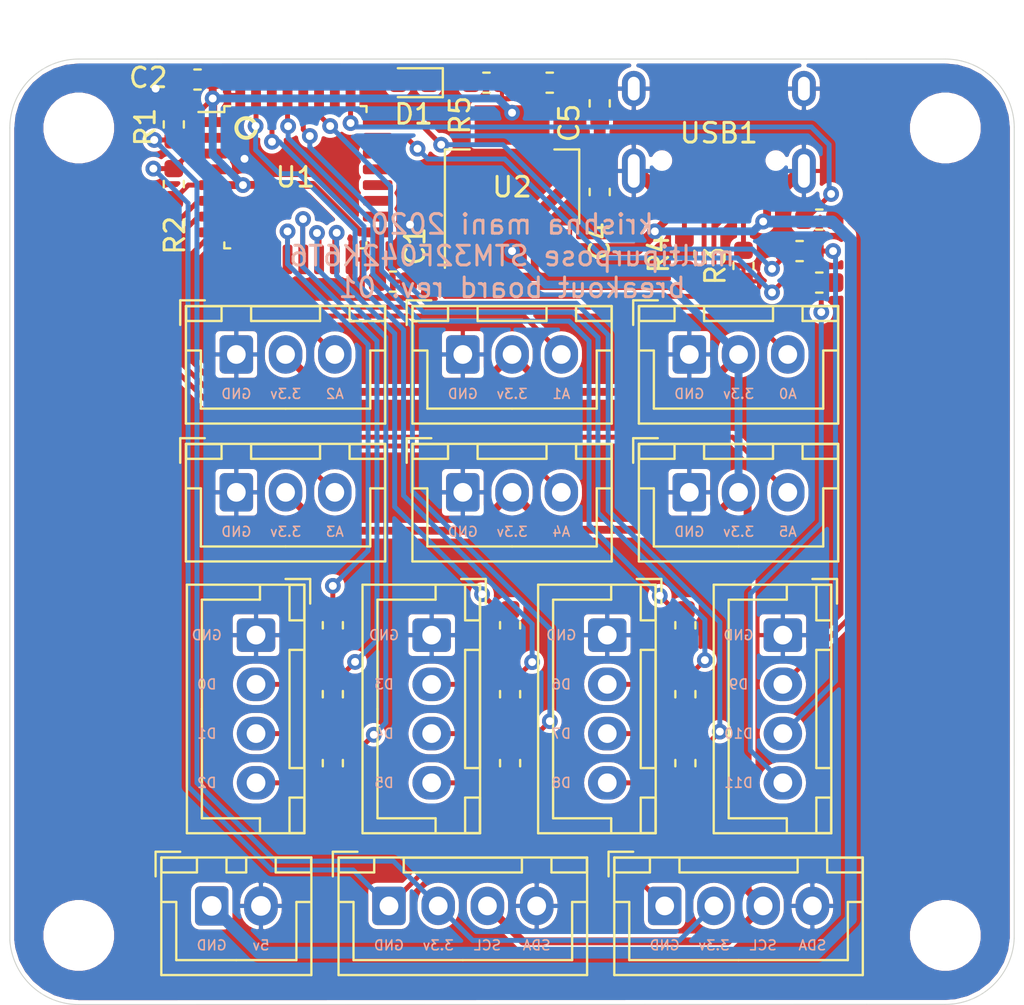
<source format=kicad_pcb>
(kicad_pcb (version 20171130) (host pcbnew 5.1.6)
  (layers (0 F.Cu signal) (31 B.Cu signal) (34 B.Paste user hide) (35 F.Paste user hide) (36 B.SilkS user) (37 F.SilkS user) (38 B.Mask user) (39 F.Mask user hide) (44 Edge.Cuts user))
  (net 0 "")
  (net 1 GND)
  (net 2 +3V3)
  (net 3 /SCL)
  (net 4 /SDA)
  (net 5 /A0)
  (net 6 /A1)
  (net 7 /D0)
  (net 8 /D1)
  (net 9 /D3)
  (net 10 /D4)
  (net 11 /A2)
  (net 12 /A3)
  (net 13 /D5)
  (net 14 /D6)
  (net 15 /D7)
  (net 16 /D2)
  (net 17 "Net-(R3-Pad2)")
  (net 18 "Net-(R4-Pad1)")
  (net 19 /D+)
  (net 20 /D-)
  (net 21 VBUS)
  (net 22 "Net-(D1-Pad2)")
  (net 23 "Net-(D1-Pad1)")
  (net 24 /A4)
  (net 25 /A5)
  (net 26 "Net-(J9-Pad4)")
  (net 27 "Net-(J9-Pad3)")
  (net 28 "Net-(J9-Pad2)")
  (net 29 "Net-(J10-Pad4)")
  (net 30 "Net-(J10-Pad3)")
  (net 31 "Net-(J10-Pad2)")
  (net 32 "Net-(J12-Pad3)")
  (net 33 "Net-(J12-Pad2)")
  (net 34 "Net-(J12-Pad4)")
  (net 35 "Net-(J8-Pad4)")
  (net 36 "Net-(J8-Pad3)")
  (net 37 "Net-(J8-Pad2)")
  (net 38 /D8)
  (net 39 /D9)
  (net 40 /D10)
  (net 41 /D11)
  (module MountingHole:MountingHole_3.2mm_M3 (layer F.Cu) (at 181 119.5)
    (fp_text reference H4 hide)
    (fp_text value MountingHole)
    (pad 1 np_thru_hole circle (at 0 0) (size 3.2 3.2) (drill 3.2) (layers *.Cu *.Mask))
  )
  (module MountingHole:MountingHole_3.2mm_M3 (layer F.Cu) (at 137 119.5)
    (fp_text reference H3 hide)
    (fp_text value MountingHole)
    (pad 1 np_thru_hole circle (at 0 0) (size 3.2 3.2) (drill 3.2) (layers *.Cu *.Mask))
  )
  (module MountingHole:MountingHole_3.2mm_M3 (layer F.Cu) (at 181 78.5)
    (fp_text reference H2 hide)
    (fp_text value MountingHole)
    (pad 1 np_thru_hole circle (at 0 0) (size 3.2 3.2) (drill 3.2) (layers *.Cu *.Mask))
  )
  (module MountingHole:MountingHole_3.2mm_M3 (layer F.Cu) (at 137 78.5)
    (fp_text reference H1 hide)
    (fp_text value MountingHole)
    (pad 1 np_thru_hole circle (at 0 0) (size 3.2 3.2) (drill 3.2) (layers *.Cu *.Mask))
  )
  (module Resistor_SMD:R_0603_1608Metric (layer F.Cu) (at 174.6 86.35)
    (fp_text reference R17 hide)
    (fp_text value 1k)
    (pad 2 smd roundrect (at 0.7875 0) (size 0.875 0.95) (layers F.Cu F.Paste F.Mask) (net 34 "Net-(J12-Pad4)"))
    (pad 1 smd roundrect (at -0.7875 0) (size 0.875 0.95) (layers F.Cu F.Paste F.Mask) (net 41 /D11))
  )
  (module Resistor_SMD:R_0603_1608Metric (layer F.Cu) (at 173.6 84.75)
    (fp_text reference R16 hide)
    (fp_text value 1k)
    (pad 2 smd roundrect (at 0.7875 0) (size 0.875 0.95) (layers F.Cu F.Paste F.Mask) (net 32 "Net-(J12-Pad3)"))
    (pad 1 smd roundrect (at -0.7875 0) (size 0.875 0.95) (layers F.Cu F.Paste F.Mask) (net 40 /D10))
  )
  (module Resistor_SMD:R_0603_1608Metric (layer F.Cu) (at 174.6 83.15)
    (fp_text reference R15 hide)
    (fp_text value 1k)
    (pad 2 smd roundrect (at 0.7875 0) (size 0.875 0.95) (layers F.Cu F.Paste F.Mask) (net 33 "Net-(J12-Pad2)"))
    (pad 1 smd roundrect (at -0.7875 0) (size 0.875 0.95) (layers F.Cu F.Paste F.Mask) (net 39 /D9))
  )
  (module Resistor_SMD:R_0603_1608Metric (layer F.Cu) (at 167.8 110.75 270)
    (fp_text reference R14 hide)
    (fp_text value 1k)
    (pad 2 smd roundrect (at 0.7875 0 270) (size 0.875 0.95) (layers F.Cu F.Paste F.Mask) (net 29 "Net-(J10-Pad4)"))
    (pad 1 smd roundrect (at -0.7875 0 270) (size 0.875 0.95) (layers F.Cu F.Paste F.Mask) (net 38 /D8))
  )
  (module Resistor_SMD:R_0603_1608Metric (layer F.Cu) (at 167.8 107.25 270)
    (fp_text reference R13 hide)
    (fp_text value 1k)
    (pad 2 smd roundrect (at 0.7875 0 270) (size 0.875 0.95) (layers F.Cu F.Paste F.Mask) (net 30 "Net-(J10-Pad3)"))
    (pad 1 smd roundrect (at -0.7875 0 270) (size 0.875 0.95) (layers F.Cu F.Paste F.Mask) (net 15 /D7))
  )
  (module Resistor_SMD:R_0603_1608Metric (layer F.Cu) (at 167.8 103.75 270)
    (fp_text reference R12 hide)
    (fp_text value 1k)
    (pad 2 smd roundrect (at 0.7875 0 270) (size 0.875 0.95) (layers F.Cu F.Paste F.Mask) (net 31 "Net-(J10-Pad2)"))
    (pad 1 smd roundrect (at -0.7875 0 270) (size 0.875 0.95) (layers F.Cu F.Paste F.Mask) (net 14 /D6))
  )
  (module Resistor_SMD:R_0603_1608Metric (layer F.Cu) (at 158.9 110.75 270)
    (fp_text reference R11 hide)
    (fp_text value 1k)
    (pad 2 smd roundrect (at 0.7875 0 270) (size 0.875 0.95) (layers F.Cu F.Paste F.Mask) (net 26 "Net-(J9-Pad4)"))
    (pad 1 smd roundrect (at -0.7875 0 270) (size 0.875 0.95) (layers F.Cu F.Paste F.Mask) (net 13 /D5))
  )
  (module Resistor_SMD:R_0603_1608Metric (layer F.Cu) (at 158.9 107.25 270)
    (fp_text reference R10 hide)
    (fp_text value 1k)
    (pad 2 smd roundrect (at 0.7875 0 270) (size 0.875 0.95) (layers F.Cu F.Paste F.Mask) (net 27 "Net-(J9-Pad3)"))
    (pad 1 smd roundrect (at -0.7875 0 270) (size 0.875 0.95) (layers F.Cu F.Paste F.Mask) (net 10 /D4))
  )
  (module Resistor_SMD:R_0603_1608Metric (layer F.Cu) (at 158.9 103.75 270)
    (fp_text reference R9 hide)
    (fp_text value 1k)
    (pad 2 smd roundrect (at 0.7875 0 270) (size 0.875 0.95) (layers F.Cu F.Paste F.Mask) (net 28 "Net-(J9-Pad2)"))
    (pad 1 smd roundrect (at -0.7875 0 270) (size 0.875 0.95) (layers F.Cu F.Paste F.Mask) (net 9 /D3))
  )
  (module Resistor_SMD:R_0603_1608Metric (layer F.Cu) (at 149.9 110.75 270)
    (fp_text reference R8 hide)
    (fp_text value 1k)
    (pad 2 smd roundrect (at 0.7875 0 270) (size 0.875 0.95) (layers F.Cu F.Paste F.Mask) (net 35 "Net-(J8-Pad4)"))
    (pad 1 smd roundrect (at -0.7875 0 270) (size 0.875 0.95) (layers F.Cu F.Paste F.Mask) (net 16 /D2))
  )
  (module Resistor_SMD:R_0603_1608Metric (layer F.Cu) (at 149.9 107.25 270)
    (fp_text reference R7 hide)
    (fp_text value 1k)
    (pad 2 smd roundrect (at 0.7875 0 270) (size 0.875 0.95) (layers F.Cu F.Paste F.Mask) (net 36 "Net-(J8-Pad3)"))
    (pad 1 smd roundrect (at -0.7875 0 270) (size 0.875 0.95) (layers F.Cu F.Paste F.Mask) (net 8 /D1))
  )
  (module Resistor_SMD:R_0603_1608Metric (layer F.Cu) (at 149.9 103.75 270)
    (fp_text reference R6 hide)
    (fp_text value 1k)
    (pad 2 smd roundrect (at 0.7875 0 270) (size 0.875 0.95) (layers F.Cu F.Paste F.Mask) (net 37 "Net-(J8-Pad2)"))
    (pad 1 smd roundrect (at -0.7875 0 270) (size 0.875 0.95) (layers F.Cu F.Paste F.Mask) (net 7 /D0))
  )
  (module Connector_JST:JST_XH_B4B-XH-A_1x04_P2.50mm_Vertical (layer F.Cu) (at 172.750001 104.25 270)
    (fp_text reference J12 hide)
    (fp_text value Conn_01x04_Female)
    (pad 4 thru_hole oval (at 7.5 0 270) (size 1.7 1.95) (drill 0.95) (layers *.Cu *.Mask) (net 34 "Net-(J12-Pad4)"))
    (pad 3 thru_hole oval (at 5 0 270) (size 1.7 1.95) (drill 0.95) (layers *.Cu *.Mask) (net 32 "Net-(J12-Pad3)"))
    (pad 2 thru_hole oval (at 2.5 0 270) (size 1.7 1.95) (drill 0.95) (layers *.Cu *.Mask) (net 33 "Net-(J12-Pad2)"))
    (pad 1 thru_hole roundrect (at 0 0 270) (size 1.7 1.95) (drill 0.95) (layers *.Cu *.Mask) (roundrect_rratio 0.147059) (net 1 GND))
  )
  (module Connector_JST:JST_XH_B4B-XH-A_1x04_P2.50mm_Vertical (layer F.Cu) (at 163.833334 104.25 270)
    (fp_text reference J10 hide)
    (fp_text value Conn_01x04_Female)
    (pad 4 thru_hole oval (at 7.5 0 270) (size 1.7 1.95) (drill 0.95) (layers *.Cu *.Mask) (net 29 "Net-(J10-Pad4)"))
    (pad 3 thru_hole oval (at 5 0 270) (size 1.7 1.95) (drill 0.95) (layers *.Cu *.Mask) (net 30 "Net-(J10-Pad3)"))
    (pad 2 thru_hole oval (at 2.5 0 270) (size 1.7 1.95) (drill 0.95) (layers *.Cu *.Mask) (net 31 "Net-(J10-Pad2)"))
    (pad 1 thru_hole roundrect (at 0 0 270) (size 1.7 1.95) (drill 0.95) (layers *.Cu *.Mask) (roundrect_rratio 0.147059) (net 1 GND))
  )
  (module Connector_JST:JST_XH_B4B-XH-A_1x04_P2.50mm_Vertical (layer F.Cu) (at 154.916667 104.25 270)
    (fp_text reference J9 hide)
    (fp_text value Conn_01x04_Female)
    (pad 4 thru_hole oval (at 7.5 0 270) (size 1.7 1.95) (drill 0.95) (layers *.Cu *.Mask) (net 26 "Net-(J9-Pad4)"))
    (pad 3 thru_hole oval (at 5 0 270) (size 1.7 1.95) (drill 0.95) (layers *.Cu *.Mask) (net 27 "Net-(J9-Pad3)"))
    (pad 2 thru_hole oval (at 2.5 0 270) (size 1.7 1.95) (drill 0.95) (layers *.Cu *.Mask) (net 28 "Net-(J9-Pad2)"))
    (pad 1 thru_hole roundrect (at 0 0 270) (size 1.7 1.95) (drill 0.95) (layers *.Cu *.Mask) (roundrect_rratio 0.147059) (net 1 GND))
  )
  (module Connector_JST:JST_XH_B4B-XH-A_1x04_P2.50mm_Vertical (layer F.Cu) (at 146 104.25 270)
    (fp_text reference J8 hide)
    (fp_text value Conn_01x04_Female)
    (pad 4 thru_hole oval (at 7.5 0 270) (size 1.7 1.95) (drill 0.95) (layers *.Cu *.Mask) (net 35 "Net-(J8-Pad4)"))
    (pad 3 thru_hole oval (at 5 0 270) (size 1.7 1.95) (drill 0.95) (layers *.Cu *.Mask) (net 36 "Net-(J8-Pad3)"))
    (pad 2 thru_hole oval (at 2.5 0 270) (size 1.7 1.95) (drill 0.95) (layers *.Cu *.Mask) (net 37 "Net-(J8-Pad2)"))
    (pad 1 thru_hole roundrect (at 0 0 270) (size 1.7 1.95) (drill 0.95) (layers *.Cu *.Mask) (roundrect_rratio 0.147059) (net 1 GND))
  )
  (module Resistor_SMD:R_0603_1608Metric (layer F.Cu) (at 157.7 76.2 180)
    (fp_text reference R5 (at 1.35 -1.65 90) (layer F.SilkS))
    (fp_text value 15)
    (pad 2 smd roundrect (at 0.7875 0 180) (size 0.875 0.95) (layers F.Cu F.Paste F.Mask) (net 23 "Net-(D1-Pad1)"))
    (pad 1 smd roundrect (at -0.7875 0 180) (size 0.875 0.95) (layers F.Cu F.Paste F.Mask) (net 1 GND))
  )
  (module LED_SMD:LED_0603_1608Metric (layer F.Cu) (at 154 76.2 180)
    (fp_text reference D1 (at 0 -1.6) (layer F.SilkS))
    (fp_text value LED)
    (pad 2 smd roundrect (at 0.7875 0 180) (size 0.875 0.95) (layers F.Cu F.Paste F.Mask) (net 22 "Net-(D1-Pad2)"))
    (pad 1 smd roundrect (at -0.7875 0 180) (size 0.875 0.95) (layers F.Cu F.Paste F.Mask) (net 23 "Net-(D1-Pad1)"))
  )
  (module Resistor_SMD:R_0603_1608Metric (layer F.Cu) (at 167.75 84.9 270)
    (fp_text reference R4 (at 0 1.3 90) (layer F.SilkS))
    (fp_text value 5.1k)
    (pad 2 smd roundrect (at 0.7875 0 270) (size 0.875 0.95) (layers F.Cu F.Paste F.Mask) (net 1 GND))
    (pad 1 smd roundrect (at -0.7875 0 270) (size 0.875 0.95) (layers F.Cu F.Paste F.Mask) (net 18 "Net-(R4-Pad1)"))
  )
  (module Resistor_SMD:R_0603_1608Metric (layer F.Cu) (at 170.75 85.5 90)
    (fp_text reference R3 (at 0 -1.43 90) (layer F.SilkS))
    (fp_text value 5.1k)
    (pad 2 smd roundrect (at 0.7875 0 90) (size 0.875 0.95) (layers F.Cu F.Paste F.Mask) (net 17 "Net-(R3-Pad2)"))
    (pad 1 smd roundrect (at -0.7875 0 90) (size 0.875 0.95) (layers F.Cu F.Paste F.Mask) (net 1 GND))
  )
  (module Resistor_SMD:R_0603_1608Metric (layer F.Cu) (at 141.825 81.35 90)
    (fp_text reference R2 (at -2.6 0.05 270) (layer F.SilkS))
    (fp_text value 4.7k)
    (pad 2 smd roundrect (at 0.7875 0 90) (size 0.875 0.95) (layers F.Cu F.Paste F.Mask) (net 4 /SDA))
    (pad 1 smd roundrect (at -0.7875 0 90) (size 0.875 0.95) (layers F.Cu F.Paste F.Mask) (net 2 +3V3))
  )
  (module Resistor_SMD:R_0603_1608Metric (layer F.Cu) (at 141.825 78.32 90)
    (fp_text reference R1 (at -0.13 -1.45 90) (layer F.SilkS))
    (fp_text value 4.7k)
    (pad 2 smd roundrect (at 0.7875 0 90) (size 0.875 0.95) (layers F.Cu F.Paste F.Mask) (net 2 +3V3))
    (pad 1 smd roundrect (at -0.7875 0 90) (size 0.875 0.95) (layers F.Cu F.Paste F.Mask) (net 3 /SCL))
  )
  (module Capacitor_SMD:C_0603_1608Metric (layer F.Cu) (at 163.45 77.25 90)
    (fp_text reference C5 (at -1 -1.55 90) (layer F.SilkS))
    (fp_text value 4.7uF)
    (pad 2 smd roundrect (at 0.7875 0 90) (size 0.875 0.95) (layers F.Cu F.Paste F.Mask) (net 1 GND))
    (pad 1 smd roundrect (at -0.7875 0 90) (size 0.875 0.95) (layers F.Cu F.Paste F.Mask) (net 2 +3V3))
  )
  (module Capacitor_SMD:C_0603_1608Metric (layer F.Cu) (at 163.45 81.75 270)
    (fp_text reference C4 (at 2.5 0 270) (layer F.SilkS))
    (fp_text value 4.7uF)
    (pad 2 smd roundrect (at 0.7875 0 270) (size 0.875 0.95) (layers F.Cu F.Paste F.Mask) (net 1 GND))
    (pad 1 smd roundrect (at -0.7875 0 270) (size 0.875 0.95) (layers F.Cu F.Paste F.Mask) (net 2 +3V3))
  )
  (module Capacitor_SMD:C_0603_1608Metric (layer F.Cu) (at 160.9125 76.2 180)
    (fp_text reference C3 hide)
    (fp_text value 0.1uF)
    (pad 2 smd roundrect (at 0.7875 0 180) (size 0.875 0.95) (layers F.Cu F.Paste F.Mask) (net 1 GND))
    (pad 1 smd roundrect (at -0.7875 0 180) (size 0.875 0.95) (layers F.Cu F.Paste F.Mask) (net 2 +3V3))
  )
  (module Capacitor_SMD:C_0603_1608Metric (layer F.Cu) (at 143.03 76.04 180)
    (fp_text reference C2 (at 2.505 0.09 180) (layer F.SilkS))
    (fp_text value 0.1uF)
    (pad 2 smd roundrect (at 0.7875 0 180) (size 0.875 0.95) (layers F.Cu F.Paste F.Mask) (net 1 GND))
    (pad 1 smd roundrect (at -0.7875 0 180) (size 0.875 0.95) (layers F.Cu F.Paste F.Mask) (net 2 +3V3))
  )
  (module Capacitor_SMD:C_0603_1608Metric (layer F.Cu) (at 152.95 86.3)
    (fp_text reference C1 (at 1.125 -1.8 90) (layer F.SilkS))
    (fp_text value 0.1uF)
    (pad 2 smd roundrect (at 0.7875 0) (size 0.875 0.95) (layers F.Cu F.Paste F.Mask) (net 1 GND))
    (pad 1 smd roundrect (at -0.7875 0) (size 0.875 0.95) (layers F.Cu F.Paste F.Mask) (net 2 +3V3))
  )
  (module Connector_JST:JST_XH_B2B-XH-A_1x02_P2.50mm_Vertical (layer F.Cu) (at 143.75 118)
    (fp_text reference J15 hide)
    (fp_text value Conn_01x02_Female)
    (pad 2 thru_hole oval (at 2.5 0) (size 1.7 2) (drill 1) (layers *.Cu *.Mask) (net 1 GND))
    (pad 1 thru_hole roundrect (at 0 0) (size 1.7 2) (drill 1) (layers *.Cu *.Mask) (roundrect_rratio 0.147059) (net 21 VBUS))
  )
  (module mainboard:HRO-TYPE-C-31-M-12 (layer F.Cu) (at 169.5 74 180)
    (fp_text reference USB1 (at 0 -4.762512 180) (layer F.SilkS))
    (fp_text value 12401598E4#2A)
    (pad S2 thru_hole oval (at 4.32 -2.502 180) (size 1.2 1.8) (drill oval 0.6 1.2) (layers *.Cu *.Mask) (net 1 GND))
    (pad S3 thru_hole oval (at -4.32 -2.502 180) (size 1.2 1.8) (drill oval 0.6 1.2) (layers *.Cu *.Mask) (net 1 GND))
    (pad S1 thru_hole oval (at 4.32 -6.682 180) (size 1.2 2.3) (drill oval 0.6 1.7) (layers *.Cu *.Mask) (net 1 GND))
    (pad S4 thru_hole oval (at -4.32 -6.682 180) (size 1.2 2.3) (drill oval 0.6 1.7) (layers *.Cu *.Mask) (net 1 GND))
    (pad "" np_thru_hole circle (at -2.89 -6.152 180) (size 0.65 0.65) (drill 0.65) (layers *.Cu *.Mask))
    (pad "" np_thru_hole circle (at 2.89 -6.152 180) (size 0.65 0.65) (drill 0.65) (layers *.Cu *.Mask))
    (pad A6 smd rect (at -0.25 -7.597 180) (size 0.3 1.45) (layers F.Cu F.Paste F.Mask) (net 19 /D+))
    (pad A7 smd rect (at 0.25 -7.597 180) (size 0.3 1.45) (layers F.Cu F.Paste F.Mask) (net 20 /D-))
    (pad B6 smd rect (at 0.75 -7.597 180) (size 0.3 1.45) (layers F.Cu F.Paste F.Mask) (net 19 /D+))
    (pad B7 smd rect (at -0.75 -7.597 180) (size 0.3 1.45) (layers F.Cu F.Paste F.Mask) (net 20 /D-))
    (pad A8 smd rect (at 1.25 -7.597 180) (size 0.3 1.45) (layers F.Cu F.Paste F.Mask))
    (pad A5 smd rect (at -1.25 -7.597 180) (size 0.3 1.45) (layers F.Cu F.Paste F.Mask) (net 17 "Net-(R3-Pad2)"))
    (pad B5 smd rect (at 1.75 -7.597 180) (size 0.3 1.45) (layers F.Cu F.Paste F.Mask) (net 18 "Net-(R4-Pad1)"))
    (pad B8 smd rect (at -1.75 -7.597 180) (size 0.3 1.45) (layers F.Cu F.Paste F.Mask))
    (pad A4 smd rect (at -2.45 -7.597 180) (size 0.6 1.45) (layers F.Cu F.Paste F.Mask) (net 21 VBUS))
    (pad B4 smd rect (at 2.45 -7.597 180) (size 0.6 1.45) (layers F.Cu F.Paste F.Mask) (net 21 VBUS))
    (pad A1 smd rect (at -3.225 -7.597 180) (size 0.6 1.45) (layers F.Cu F.Paste F.Mask) (net 1 GND))
    (pad B1 smd rect (at 3.225 -7.597 180) (size 0.6 1.45) (layers F.Cu F.Paste F.Mask) (net 1 GND))
  )
  (module Package_TO_SOT_SMD:SOT-223-3_TabPin2 (layer F.Cu) (at 159 81.5 90)
    (fp_text reference U2 (at 0 0 180) (layer F.SilkS))
    (fp_text value LD1117S33TR_SOT223)
    (pad 1 smd rect (at -3.15 -2.3 90) (size 2 1.5) (layers F.Cu F.Paste F.Mask) (net 1 GND))
    (pad 3 smd rect (at -3.15 2.3 90) (size 2 1.5) (layers F.Cu F.Paste F.Mask) (net 21 VBUS))
    (pad 2 smd rect (at -3.15 0 90) (size 2 1.5) (layers F.Cu F.Paste F.Mask) (net 2 +3V3))
    (pad 2 smd rect (at 3.15 0 90) (size 2 3.8) (layers F.Cu F.Paste F.Mask) (net 2 +3V3))
  )
  (module Package_QFP:LQFP-32_7x7mm_P0.8mm (layer F.Cu) (at 148 81)
    (fp_text reference U1 (at 0 0) (layer F.SilkS))
    (fp_text value STM32F042K6Tx)
    (pad 32 smd roundrect (at -2.8 -4.175) (size 0.5 1.5) (layers F.Cu F.Paste F.Mask) (net 1 GND))
    (pad 31 smd roundrect (at -2 -4.175) (size 0.5 1.5) (layers F.Cu F.Paste F.Mask) (net 10 /D4))
    (pad 30 smd roundrect (at -1.2 -4.175) (size 0.5 1.5) (layers F.Cu F.Paste F.Mask) (net 13 /D5))
    (pad 29 smd roundrect (at -0.4 -4.175) (size 0.5 1.5) (layers F.Cu F.Paste F.Mask) (net 14 /D6))
    (pad 28 smd roundrect (at 0.4 -4.175) (size 0.5 1.5) (layers F.Cu F.Paste F.Mask) (net 15 /D7))
    (pad 27 smd roundrect (at 1.2 -4.175) (size 0.5 1.5) (layers F.Cu F.Paste F.Mask) (net 38 /D8))
    (pad 26 smd roundrect (at 2 -4.175) (size 0.5 1.5) (layers F.Cu F.Paste F.Mask) (net 22 "Net-(D1-Pad2)"))
    (pad 25 smd roundrect (at 2.8 -4.175) (size 0.5 1.5) (layers F.Cu F.Paste F.Mask) (net 39 /D9))
    (pad 24 smd roundrect (at 4.175 -2.8) (size 1.5 0.5) (layers F.Cu F.Paste F.Mask) (net 40 /D10))
    (pad 23 smd roundrect (at 4.175 -2) (size 1.5 0.5) (layers F.Cu F.Paste F.Mask) (net 41 /D11))
    (pad 22 smd roundrect (at 4.175 -1.2) (size 1.5 0.5) (layers F.Cu F.Paste F.Mask) (net 19 /D+))
    (pad 21 smd roundrect (at 4.175 -0.4) (size 1.5 0.5) (layers F.Cu F.Paste F.Mask) (net 20 /D-))
    (pad 20 smd roundrect (at 4.175 0.4) (size 1.5 0.5) (layers F.Cu F.Paste F.Mask))
    (pad 19 smd roundrect (at 4.175 1.2) (size 1.5 0.5) (layers F.Cu F.Paste F.Mask))
    (pad 18 smd roundrect (at 4.175 2) (size 1.5 0.5) (layers F.Cu F.Paste F.Mask))
    (pad 17 smd roundrect (at 4.175 2.8) (size 1.5 0.5) (layers F.Cu F.Paste F.Mask) (net 2 +3V3))
    (pad 16 smd roundrect (at 2.8 4.175) (size 0.5 1.5) (layers F.Cu F.Paste F.Mask) (net 1 GND))
    (pad 15 smd roundrect (at 2 4.175) (size 0.5 1.5) (layers F.Cu F.Paste F.Mask) (net 9 /D3))
    (pad 14 smd roundrect (at 1.2 4.175) (size 0.5 1.5) (layers F.Cu F.Paste F.Mask) (net 16 /D2))
    (pad 13 smd roundrect (at 0.4 4.175) (size 0.5 1.5) (layers F.Cu F.Paste F.Mask) (net 8 /D1))
    (pad 12 smd roundrect (at -0.4 4.175) (size 0.5 1.5) (layers F.Cu F.Paste F.Mask) (net 7 /D0))
    (pad 11 smd roundrect (at -1.2 4.175) (size 0.5 1.5) (layers F.Cu F.Paste F.Mask) (net 5 /A0))
    (pad 10 smd roundrect (at -2 4.175) (size 0.5 1.5) (layers F.Cu F.Paste F.Mask) (net 6 /A1))
    (pad 9 smd roundrect (at -2.8 4.175) (size 0.5 1.5) (layers F.Cu F.Paste F.Mask) (net 11 /A2))
    (pad 8 smd roundrect (at -4.175 2.8) (size 1.5 0.5) (layers F.Cu F.Paste F.Mask) (net 25 /A5))
    (pad 7 smd roundrect (at -4.175 2) (size 1.5 0.5) (layers F.Cu F.Paste F.Mask) (net 24 /A4))
    (pad 6 smd roundrect (at -4.175 1.2) (size 1.5 0.5) (layers F.Cu F.Paste F.Mask) (net 12 /A3))
    (pad 5 smd roundrect (at -4.175 0.4) (size 1.5 0.5) (layers F.Cu F.Paste F.Mask) (net 2 +3V3))
    (pad 4 smd roundrect (at -4.175 -0.4) (size 1.5 0.5) (layers F.Cu F.Paste F.Mask))
    (pad 3 smd roundrect (at -4.175 -1.2) (size 1.5 0.5) (layers F.Cu F.Paste F.Mask) (net 4 /SDA))
    (pad 2 smd roundrect (at -4.175 -2) (size 1.5 0.5) (layers F.Cu F.Paste F.Mask) (net 3 /SCL))
    (pad 1 smd roundrect (at -4.175 -2.8) (size 1.5 0.5) (layers F.Cu F.Paste F.Mask) (net 2 +3V3))
  )
  (module Connector_JST:JST_XH_B3B-XH-A_1x03_P2.50mm_Vertical (layer F.Cu) (at 168 97)
    (fp_text reference J11 hide)
    (fp_text value Conn_01x03_Female)
    (pad 3 thru_hole oval (at 5 0) (size 1.7 1.95) (drill 0.95) (layers *.Cu *.Mask) (net 25 /A5))
    (pad 2 thru_hole oval (at 2.5 0) (size 1.7 1.95) (drill 0.95) (layers *.Cu *.Mask) (net 2 +3V3))
    (pad 1 thru_hole roundrect (at 0 0) (size 1.7 1.95) (drill 0.95) (layers *.Cu *.Mask) (roundrect_rratio 0.147059) (net 1 GND))
  )
  (module Connector_JST:JST_XH_B3B-XH-A_1x03_P2.50mm_Vertical (layer F.Cu) (at 156.5 97)
    (fp_text reference J7 hide)
    (fp_text value Conn_01x03_Female)
    (pad 3 thru_hole oval (at 5 0) (size 1.7 1.95) (drill 0.95) (layers *.Cu *.Mask) (net 24 /A4))
    (pad 2 thru_hole oval (at 2.5 0) (size 1.7 1.95) (drill 0.95) (layers *.Cu *.Mask) (net 2 +3V3))
    (pad 1 thru_hole roundrect (at 0 0) (size 1.7 1.95) (drill 0.95) (layers *.Cu *.Mask) (roundrect_rratio 0.147059) (net 1 GND))
  )
  (module Connector_JST:JST_XH_B3B-XH-A_1x03_P2.50mm_Vertical (layer F.Cu) (at 145 97)
    (fp_text reference J6 hide)
    (fp_text value Conn_01x03_Female)
    (pad 3 thru_hole oval (at 5 0) (size 1.7 1.95) (drill 0.95) (layers *.Cu *.Mask) (net 12 /A3))
    (pad 2 thru_hole oval (at 2.5 0) (size 1.7 1.95) (drill 0.95) (layers *.Cu *.Mask) (net 2 +3V3))
    (pad 1 thru_hole roundrect (at 0 0) (size 1.7 1.95) (drill 0.95) (layers *.Cu *.Mask) (roundrect_rratio 0.147059) (net 1 GND))
  )
  (module Connector_JST:JST_XH_B3B-XH-A_1x03_P2.50mm_Vertical (layer F.Cu) (at 145 90)
    (fp_text reference J5 hide)
    (fp_text value Conn_01x03_Female)
    (pad 3 thru_hole oval (at 5 0) (size 1.7 1.95) (drill 0.95) (layers *.Cu *.Mask) (net 11 /A2))
    (pad 2 thru_hole oval (at 2.5 0) (size 1.7 1.95) (drill 0.95) (layers *.Cu *.Mask) (net 2 +3V3))
    (pad 1 thru_hole roundrect (at 0 0) (size 1.7 1.95) (drill 0.95) (layers *.Cu *.Mask) (roundrect_rratio 0.147059) (net 1 GND))
  )
  (module Connector_JST:JST_XH_B3B-XH-A_1x03_P2.50mm_Vertical (layer F.Cu) (at 156.5 90)
    (fp_text reference J4 hide)
    (fp_text value Conn_01x03_Female)
    (pad 3 thru_hole oval (at 5 0) (size 1.7 1.95) (drill 0.95) (layers *.Cu *.Mask) (net 6 /A1))
    (pad 2 thru_hole oval (at 2.5 0) (size 1.7 1.95) (drill 0.95) (layers *.Cu *.Mask) (net 2 +3V3))
    (pad 1 thru_hole roundrect (at 0 0) (size 1.7 1.95) (drill 0.95) (layers *.Cu *.Mask) (roundrect_rratio 0.147059) (net 1 GND))
  )
  (module Connector_JST:JST_XH_B3B-XH-A_1x03_P2.50mm_Vertical (layer F.Cu) (at 168 90)
    (fp_text reference J3 hide)
    (fp_text value Conn_01x03_Female)
    (pad 3 thru_hole oval (at 5 0) (size 1.7 1.95) (drill 0.95) (layers *.Cu *.Mask) (net 5 /A0))
    (pad 2 thru_hole oval (at 2.5 0) (size 1.7 1.95) (drill 0.95) (layers *.Cu *.Mask) (net 2 +3V3))
    (pad 1 thru_hole roundrect (at 0 0) (size 1.7 1.95) (drill 0.95) (layers *.Cu *.Mask) (roundrect_rratio 0.147059) (net 1 GND))
  )
  (module Connector_JST:JST_XH_B4B-XH-A_1x04_P2.50mm_Vertical (layer F.Cu) (at 166.75 118)
    (fp_text reference J2 hide)
    (fp_text value Conn_01x04_Female)
    (pad 4 thru_hole oval (at 7.5 0) (size 1.7 1.95) (drill 0.95) (layers *.Cu *.Mask) (net 1 GND))
    (pad 3 thru_hole oval (at 5 0) (size 1.7 1.95) (drill 0.95) (layers *.Cu *.Mask) (net 2 +3V3))
    (pad 2 thru_hole oval (at 2.5 0) (size 1.7 1.95) (drill 0.95) (layers *.Cu *.Mask) (net 3 /SCL))
    (pad 1 thru_hole roundrect (at 0 0) (size 1.7 1.95) (drill 0.95) (layers *.Cu *.Mask) (roundrect_rratio 0.147059) (net 4 /SDA))
  )
  (module Connector_JST:JST_XH_B4B-XH-A_1x04_P2.50mm_Vertical (layer F.Cu) (at 152.75 118)
    (fp_text reference J1 hide)
    (fp_text value Conn_01x04_Female)
    (pad 4 thru_hole oval (at 7.5 0) (size 1.7 1.95) (drill 0.95) (layers *.Cu *.Mask) (net 1 GND))
    (pad 3 thru_hole oval (at 5 0) (size 1.7 1.95) (drill 0.95) (layers *.Cu *.Mask) (net 2 +3V3))
    (pad 2 thru_hole oval (at 2.5 0) (size 1.7 1.95) (drill 0.95) (layers *.Cu *.Mask) (net 3 /SCL))
    (pad 1 thru_hole roundrect (at 0 0) (size 1.7 1.95) (drill 0.95) (layers *.Cu *.Mask) (roundrect_rratio 0.147059) (net 4 /SDA))
  )
  (gr_arc (start 137 78.5) (end 137 75) (angle -90) (layer Edge.Cuts) (width 0.05))
  (gr_text GND (at 170.5 104.25) (layer B.SilkS) (effects (font (size 0.5 0.5) (thickness 0.08)) (justify mirror)))
  (gr_text "D10\n" (at 170.5 109.25) (layer B.SilkS) (effects (font (size 0.5 0.5) (thickness 0.08)) (justify mirror)))
  (gr_text D9 (at 170.5 106.75) (layer B.SilkS) (effects (font (size 0.5 0.5) (thickness 0.08)) (justify mirror)))
  (gr_text D11 (at 170.5 111.75) (layer B.SilkS) (effects (font (size 0.5 0.5) (thickness 0.08)) (justify mirror)))
  (gr_text GND (at 161.5 104.25) (layer B.SilkS) (effects (font (size 0.5 0.5) (thickness 0.08)) (justify mirror)))
  (gr_text D7 (at 161.5 109.25) (layer B.SilkS) (effects (font (size 0.5 0.5) (thickness 0.08)) (justify mirror)))
  (gr_text D6 (at 161.5 106.75) (layer B.SilkS) (effects (font (size 0.5 0.5) (thickness 0.08)) (justify mirror)))
  (gr_text D8 (at 161.5 111.75) (layer B.SilkS) (effects (font (size 0.5 0.5) (thickness 0.08)) (justify mirror)))
  (gr_text GND (at 152.5 104.25) (layer B.SilkS) (effects (font (size 0.5 0.5) (thickness 0.08)) (justify mirror)))
  (gr_text D4 (at 152.5 109.25) (layer B.SilkS) (effects (font (size 0.5 0.5) (thickness 0.08)) (justify mirror)))
  (gr_text D3 (at 152.5 106.75) (layer B.SilkS) (effects (font (size 0.5 0.5) (thickness 0.08)) (justify mirror)))
  (gr_text D5 (at 152.5 111.75) (layer B.SilkS) (effects (font (size 0.5 0.5) (thickness 0.08)) (justify mirror)))
  (gr_text D0 (at 143.5 106.75) (layer B.SilkS) (effects (font (size 0.5 0.5) (thickness 0.08)) (justify mirror)))
  (gr_text GND (at 143.5 104.25) (layer B.SilkS) (effects (font (size 0.5 0.5) (thickness 0.08)) (justify mirror)))
  (gr_text D1 (at 143.5 109.25) (layer B.SilkS) (effects (font (size 0.5 0.5) (thickness 0.08)) (justify mirror)))
  (gr_text D2 (at 143.5 111.75) (layer B.SilkS) (effects (font (size 0.5 0.5) (thickness 0.08)) (justify mirror)))
  (gr_text A5 (at 173 99) (layer B.SilkS) (effects (font (size 0.5 0.5) (thickness 0.08)) (justify mirror)))
  (gr_text "A0\n" (at 173 92) (layer B.SilkS) (effects (font (size 0.5 0.5) (thickness 0.08)) (justify mirror)))
  (gr_text "A4\n" (at 161.5 99) (layer B.SilkS) (effects (font (size 0.5 0.5) (thickness 0.08)) (justify mirror)))
  (gr_text A1 (at 161.5 92) (layer B.SilkS) (effects (font (size 0.5 0.5) (thickness 0.08)) (justify mirror)))
  (gr_text A3 (at 150 99) (layer B.SilkS) (effects (font (size 0.5 0.5) (thickness 0.08)) (justify mirror)))
  (gr_text A2 (at 150 92) (layer B.SilkS) (effects (font (size 0.5 0.5) (thickness 0.08)) (justify mirror)))
  (gr_text 5v (at 146.25 120) (layer B.SilkS) (effects (font (size 0.5 0.5) (thickness 0.08)) (justify mirror)))
  (gr_text GND (at 143.75 120) (layer B.SilkS) (effects (font (size 0.5 0.5) (thickness 0.08)) (justify mirror)))
  (gr_text GND (at 168 99) (layer B.SilkS) (effects (font (size 0.5 0.5) (thickness 0.08)) (justify mirror)))
  (gr_text 3.3v (at 170.5 99) (layer B.SilkS) (effects (font (size 0.5 0.5) (thickness 0.08)) (justify mirror)))
  (gr_text GND (at 168 92) (layer B.SilkS) (effects (font (size 0.5 0.5) (thickness 0.08)) (justify mirror)))
  (gr_text 3.3v (at 170.5 92) (layer B.SilkS) (effects (font (size 0.5 0.5) (thickness 0.08)) (justify mirror)))
  (gr_text GND (at 156.5 99) (layer B.SilkS) (effects (font (size 0.5 0.5) (thickness 0.08)) (justify mirror)))
  (gr_text 3.3v (at 159 99) (layer B.SilkS) (effects (font (size 0.5 0.5) (thickness 0.08)) (justify mirror)))
  (gr_text GND (at 156.5 92) (layer B.SilkS) (effects (font (size 0.5 0.5) (thickness 0.08)) (justify mirror)))
  (gr_text 3.3v (at 159 92) (layer B.SilkS) (effects (font (size 0.5 0.5) (thickness 0.08)) (justify mirror)))
  (gr_text GND (at 145 99) (layer B.SilkS) (effects (font (size 0.5 0.5) (thickness 0.08)) (justify mirror)))
  (gr_text 3.3v (at 147.5 99) (layer B.SilkS) (effects (font (size 0.5 0.5) (thickness 0.08)) (justify mirror)))
  (gr_text "3.3v\n" (at 169.25 120) (layer B.SilkS) (effects (font (size 0.5 0.5) (thickness 0.08)) (justify mirror)))
  (gr_text SDA (at 174.25 120) (layer B.SilkS) (effects (font (size 0.5 0.5) (thickness 0.08)) (justify mirror)))
  (gr_text GND (at 166.75 120) (layer B.SilkS) (effects (font (size 0.5 0.5) (thickness 0.08)) (justify mirror)))
  (gr_text SCL (at 171.75 120) (layer B.SilkS) (effects (font (size 0.5 0.5) (thickness 0.08)) (justify mirror)))
  (gr_text GND (at 152.75 120) (layer B.SilkS) (effects (font (size 0.5 0.5) (thickness 0.08)) (justify mirror)))
  (gr_text "3.3v\n" (at 155.25 120) (layer B.SilkS) (effects (font (size 0.5 0.5) (thickness 0.08)) (justify mirror)))
  (gr_text SCL (at 157.75 120) (layer B.SilkS) (effects (font (size 0.5 0.5) (thickness 0.08)) (justify mirror)))
  (gr_text SDA (at 160.25 120) (layer B.SilkS) (effects (font (size 0.5 0.5) (thickness 0.08)) (justify mirror)))
  (gr_text GND (at 145 92) (layer B.SilkS) (effects (font (size 0.5 0.5) (thickness 0.08)) (justify mirror)))
  (gr_text 3.3v (at 147.5 92) (layer B.SilkS) (effects (font (size 0.5 0.5) (thickness 0.08)) (justify mirror)))
  (gr_text "krishna mani 2020\nmultipurpose STM32F042K6T6\nbreakout board rev. 01" (at 159 85) (layer B.SilkS) (effects (font (size 1 1)) (justify mirror)))
  (gr_line (start 177 123) (end 137 123.008917) (layer Edge.Cuts) (width 0.05))
  (gr_arc (start 137 119.5) (end 133.5 119.75) (angle -85.91438322) (layer Edge.Cuts) (width 0.05))
  (gr_arc (start 181 119.5) (end 181 123) (angle -87.54596833) (layer Edge.Cuts) (width 0.05))
  (gr_line (start 177 123) (end 181 123) (layer Edge.Cuts) (width 0.05))
  (gr_arc (start 181 78.5) (end 184.5 78.45) (angle -89.18154454) (layer Edge.Cuts) (width 0.05))
  (gr_line (start 177 75) (end 181 75) (layer Edge.Cuts) (width 0.05))
  (gr_line (start 141 75) (end 137 75) (layer Edge.Cuts) (width 0.05))
  (gr_circle (center 145.5 78.5) (end 146 78.5) (layer F.SilkS) (width 0.2))
  (gr_line (start 133.5 78.5) (end 133.5 119.75) (layer Edge.Cuts) (width 0.05))
  (gr_line (start 177 75) (end 141 75) (layer Edge.Cuts) (width 0.05))
  (gr_line (start 184.49679 119.649862) (end 184.5 78.45) (layer Edge.Cuts) (width 0.05))
  (segment (start 172.725 81.597) (end 172.725 83.025) (width 0.4) (layer F.Cu) (net 1))
  (segment (start 166.249999 81.571999) (end 166.249999 81.597) (width 0.6) (layer F.Cu) (net 1))
  (segment (start 165.18 80.682) (end 165.36 80.682) (width 0.6) (layer F.Cu) (net 1))
  (segment (start 172.750001 81.571999) (end 172.750001 81.597) (width 0.6) (layer F.Cu) (net 1))
  (segment (start 173.82 80.682) (end 173.64 80.682) (width 0.6) (layer F.Cu) (net 1))
  (via (at 153.82 83.41) (size 0.8) (drill 0.4) (layers F.Cu B.Cu) (net 1))
  (segment (start 145.2 79.849366) (end 145.415216 80.064582) (width 0.25) (layer F.Cu) (net 1))
  (via (at 145.415216 80.064582) (size 0.8) (drill 0.4) (layers F.Cu B.Cu) (net 1))
  (segment (start 145.2 76.825) (end 145.2 79.849366) (width 0.25) (layer F.Cu) (net 1))
  (via (at 140.9 76.5) (size 0.8) (drill 0.4) (layers F.Cu B.Cu) (net 1))
  (segment (start 141.36 76.04) (end 140.9 76.5) (width 0.25) (layer F.Cu) (net 1))
  (segment (start 142.2425 76.04) (end 141.36 76.04) (width 0.25) (layer F.Cu) (net 1))
  (segment (start 165.36 80.682) (end 166.249999 81.571999) (width 0.6) (layer F.Cu) (net 1))
  (segment (start 173.64 80.682) (end 172.750001 81.571999) (width 0.6) (layer F.Cu) (net 1))
  (segment (start 161.7 76.2875) (end 163.45 78.0375) (width 0.6) (layer F.Cu) (net 2))
  (segment (start 161.7 76.2) (end 161.7 76.2875) (width 0.6) (layer F.Cu) (net 2))
  (segment (start 163.45 78.0375) (end 163.45 80.9625) (width 0.6) (layer F.Cu) (net 2))
  (segment (start 159 84.75) (end 159 85.315685) (width 0.6) (layer F.Cu) (net 2))
  (via (at 159 84.75) (size 0.8) (drill 0.4) (layers F.Cu B.Cu) (net 2))
  (segment (start 168.6 91.9) (end 170.5 90) (width 0.4) (layer F.Cu) (net 2))
  (segment (start 160.9 91.9) (end 168.6 91.9) (width 0.4) (layer F.Cu) (net 2))
  (segment (start 159 90) (end 160.9 91.9) (width 0.4) (layer F.Cu) (net 2))
  (segment (start 149.4 91.9) (end 147.5 90) (width 0.4) (layer F.Cu) (net 2))
  (segment (start 157.1 91.9) (end 149.4 91.9) (width 0.4) (layer F.Cu) (net 2))
  (segment (start 159 90) (end 157.1 91.9) (width 0.4) (layer F.Cu) (net 2))
  (segment (start 169.95 119.8) (end 171.75 118) (width 0.4) (layer F.Cu) (net 2))
  (segment (start 159.55 119.8) (end 169.95 119.8) (width 0.4) (layer F.Cu) (net 2))
  (segment (start 157.75 118) (end 159.55 119.8) (width 0.4) (layer F.Cu) (net 2))
  (segment (start 157.05 98.95) (end 159 97) (width 0.4) (layer F.Cu) (net 2))
  (segment (start 149.45 98.95) (end 157.05 98.95) (width 0.4) (layer F.Cu) (net 2))
  (segment (start 147.5 97) (end 149.45 98.95) (width 0.4) (layer F.Cu) (net 2))
  (segment (start 168.6 98.9) (end 170.5 97) (width 0.4) (layer F.Cu) (net 2))
  (segment (start 160.9 98.9) (end 168.6 98.9) (width 0.4) (layer F.Cu) (net 2))
  (segment (start 159 97) (end 160.9 98.9) (width 0.4) (layer F.Cu) (net 2))
  (via (at 145.336478 81.40001) (size 0.8) (drill 0.4) (layers F.Cu B.Cu) (net 2))
  (segment (start 143.825 81.4) (end 145.336468 81.4) (width 0.4) (layer F.Cu) (net 2))
  (segment (start 145.336468 81.4) (end 145.336478 81.40001) (width 0.4) (layer F.Cu) (net 2))
  (segment (start 152.175 83.8) (end 152.175 84.774988) (width 0.4) (layer F.Cu) (net 2))
  (segment (start 152.1625 86.3) (end 152.1625 84.787488) (width 0.4) (layer F.Cu) (net 2))
  (segment (start 152.1625 84.787488) (end 152.175 84.774988) (width 0.4) (layer F.Cu) (net 2))
  (segment (start 170.5 97) (end 170.5 90) (width 0.4) (layer B.Cu) (net 2))
  (segment (start 148.87 81.39) (end 151.28 83.8) (width 0.4) (layer F.Cu) (net 2))
  (segment (start 151.28 83.8) (end 152.175 83.8) (width 0.4) (layer F.Cu) (net 2))
  (segment (start 145.346488 81.39) (end 148.87 81.39) (width 0.4) (layer F.Cu) (net 2))
  (segment (start 145.336478 81.40001) (end 145.346488 81.39) (width 0.4) (layer F.Cu) (net 2))
  (segment (start 170.96 117.21) (end 171.75 118) (width 0.4) (layer F.Cu) (net 2))
  (segment (start 170.96 97.46) (end 170.96 117.21) (width 0.4) (layer F.Cu) (net 2))
  (segment (start 170.5 97) (end 170.96 97.46) (width 0.4) (layer F.Cu) (net 2))
  (segment (start 160.7 86.45) (end 159 84.75) (width 0.4) (layer B.Cu) (net 2))
  (segment (start 166.95 86.45) (end 160.7 86.45) (width 0.4) (layer B.Cu) (net 2))
  (segment (start 170.5 90) (end 166.95 86.45) (width 0.4) (layer B.Cu) (net 2))
  (segment (start 160.17501 77.72499) (end 159 77.72499) (width 0.6) (layer F.Cu) (net 2))
  (via (at 159 77.72499) (size 0.8) (drill 0.4) (layers F.Cu B.Cu) (net 2))
  (segment (start 161.7 76.2) (end 160.17501 77.72499) (width 0.6) (layer F.Cu) (net 2))
  (segment (start 162.221815 80.9625) (end 163.45 80.9625) (width 0.6) (layer F.Cu) (net 2))
  (segment (start 159 84.184315) (end 162.221815 80.9625) (width 0.6) (layer F.Cu) (net 2))
  (segment (start 159 84.75) (end 159 84.184315) (width 0.6) (layer F.Cu) (net 2))
  (segment (start 158.27501 77) (end 159 77.72499) (width 0.4) (layer B.Cu) (net 2))
  (segment (start 143.8 77) (end 143.8 79.863532) (width 0.4) (layer B.Cu) (net 2))
  (segment (start 143.8 77) (end 158.27501 77) (width 0.4) (layer B.Cu) (net 2))
  (segment (start 143.825 77.025) (end 143.8 77) (width 0.4) (layer F.Cu) (net 2))
  (segment (start 143.825 78.2) (end 143.825 77.025) (width 0.4) (layer F.Cu) (net 2))
  (segment (start 143.8 79.863532) (end 145.336478 81.40001) (width 0.4) (layer B.Cu) (net 2))
  (via (at 143.8 77) (size 0.8) (drill 0.4) (layers F.Cu B.Cu) (net 2))
  (segment (start 143.8 76.0575) (end 143.8175 76.04) (width 0.4) (layer F.Cu) (net 2))
  (segment (start 143.8 77) (end 143.8 76.0575) (width 0.4) (layer F.Cu) (net 2))
  (segment (start 143.2675 77.5325) (end 143.8 77) (width 0.25) (layer F.Cu) (net 2))
  (segment (start 141.825 77.5325) (end 143.2675 77.5325) (width 0.25) (layer F.Cu) (net 2))
  (segment (start 142.5625 81.4) (end 143.825 81.4) (width 0.25) (layer F.Cu) (net 2))
  (segment (start 141.825 82.1375) (end 142.5625 81.4) (width 0.25) (layer F.Cu) (net 2))
  (segment (start 167.5 119.75) (end 169.25 118) (width 0.25) (layer B.Cu) (net 3))
  (segment (start 157 119.75) (end 167.5 119.75) (width 0.25) (layer B.Cu) (net 3))
  (segment (start 155.25 118) (end 157 119.75) (width 0.25) (layer B.Cu) (net 3))
  (via (at 140.832493 79.107493) (size 0.8) (drill 0.4) (layers F.Cu B.Cu) (net 3))
  (segment (start 141.825 79.1075) (end 140.8325 79.1075) (width 0.25) (layer F.Cu) (net 3))
  (segment (start 140.8325 79.1075) (end 140.832493 79.107493) (width 0.25) (layer F.Cu) (net 3))
  (segment (start 143.8 78.975) (end 143.825 79) (width 0.25) (layer F.Cu) (net 3))
  (segment (start 141.9575 78.975) (end 143.8 78.975) (width 0.25) (layer F.Cu) (net 3))
  (segment (start 141.825 79.1075) (end 141.9575 78.975) (width 0.25) (layer F.Cu) (net 3))
  (segment (start 152.974989 115.724989) (end 146.974989 115.724989) (width 0.25) (layer B.Cu) (net 3))
  (segment (start 155.25 118) (end 152.974989 115.724989) (width 0.25) (layer B.Cu) (net 3))
  (segment (start 146.974989 115.724989) (end 143 111.75) (width 0.25) (layer B.Cu) (net 3))
  (segment (start 143 111.75) (end 143 81.275) (width 0.25) (layer B.Cu) (net 3))
  (segment (start 143 81.275) (end 140.832493 79.107493) (width 0.25) (layer B.Cu) (net 3))
  (segment (start 165 116.25) (end 166.75 118) (width 0.25) (layer F.Cu) (net 4))
  (segment (start 154.5 116.25) (end 165 116.25) (width 0.25) (layer F.Cu) (net 4))
  (segment (start 152.75 118) (end 154.5 116.25) (width 0.25) (layer F.Cu) (net 4))
  (via (at 140.787494 80.562494) (size 0.8) (drill 0.4) (layers F.Cu B.Cu) (net 4))
  (segment (start 140.7875 80.5625) (end 140.787494 80.562494) (width 0.25) (layer F.Cu) (net 4))
  (segment (start 141.825 80.5625) (end 140.7875 80.5625) (width 0.25) (layer F.Cu) (net 4))
  (segment (start 142.5875 79.8) (end 143.825 79.8) (width 0.25) (layer F.Cu) (net 4))
  (segment (start 141.825 80.5625) (end 142.5875 79.8) (width 0.25) (layer F.Cu) (net 4))
  (segment (start 142.549991 82.324991) (end 140.787494 80.562494) (width 0.25) (layer B.Cu) (net 4))
  (segment (start 142.549991 111.936401) (end 142.549991 82.324991) (width 0.25) (layer B.Cu) (net 4))
  (segment (start 146.78859 116.175) (end 142.549991 111.936401) (width 0.25) (layer B.Cu) (net 4))
  (segment (start 150.925 116.175) (end 146.78859 116.175) (width 0.25) (layer B.Cu) (net 4))
  (segment (start 152.75 118) (end 150.925 116.175) (width 0.25) (layer B.Cu) (net 4))
  (segment (start 146.8 85.9) (end 146.8 85.175) (width 0.25) (layer F.Cu) (net 5))
  (segment (start 148.499991 87.599991) (end 146.8 85.9) (width 0.25) (layer F.Cu) (net 5))
  (segment (start 170.599991 87.599991) (end 148.499991 87.599991) (width 0.25) (layer F.Cu) (net 5))
  (segment (start 173 90) (end 170.599991 87.599991) (width 0.25) (layer F.Cu) (net 5))
  (segment (start 146 85.761412) (end 146 85.175) (width 0.25) (layer F.Cu) (net 6))
  (segment (start 148.288588 88.05) (end 146 85.761412) (width 0.25) (layer F.Cu) (net 6))
  (segment (start 159.6 88.05) (end 148.288588 88.05) (width 0.25) (layer F.Cu) (net 6))
  (segment (start 161.5 89.95) (end 159.6 88.05) (width 0.25) (layer F.Cu) (net 6))
  (segment (start 161.5 90) (end 161.5 89.95) (width 0.25) (layer F.Cu) (net 6))
  (via (at 149.9 101.75) (size 0.8) (drill 0.4) (layers F.Cu B.Cu) (net 7))
  (segment (start 149.9 102.9625) (end 149.9 101.75) (width 0.25) (layer F.Cu) (net 7))
  (segment (start 147.6 85.175) (end 147.6 83.75) (width 0.25) (layer F.Cu) (net 7))
  (via (at 147.6 83.75) (size 0.8) (drill 0.4) (layers F.Cu B.Cu) (net 7))
  (segment (start 151.69 89.5) (end 147.6 85.41) (width 0.25) (layer B.Cu) (net 7))
  (segment (start 149.9 101.75) (end 151.69 99.96) (width 0.25) (layer B.Cu) (net 7))
  (segment (start 151.69 99.96) (end 151.69 89.5) (width 0.25) (layer B.Cu) (net 7))
  (segment (start 147.6 85.41) (end 147.6 83.75) (width 0.25) (layer B.Cu) (net 7))
  (via (at 151.03 105.61) (size 0.8) (drill 0.4) (layers F.Cu B.Cu) (net 8))
  (segment (start 150.1775 106.4625) (end 151.03 105.61) (width 0.25) (layer F.Cu) (net 8))
  (segment (start 149.9 106.4625) (end 150.1775 106.4625) (width 0.25) (layer F.Cu) (net 8))
  (via (at 148.389374 83.123589) (size 0.8) (drill 0.4) (layers F.Cu B.Cu) (net 8))
  (segment (start 148.4 85.175) (end 148.370043 85.145043) (width 0.25) (layer F.Cu) (net 8))
  (segment (start 148.370043 85.145043) (end 148.370043 83.14292) (width 0.25) (layer F.Cu) (net 8))
  (segment (start 148.370043 83.14292) (end 148.389374 83.123589) (width 0.25) (layer F.Cu) (net 8))
  (segment (start 151.03 105.61) (end 152.140011 104.499989) (width 0.25) (layer B.Cu) (net 8))
  (segment (start 152.140011 104.499989) (end 152.140009 89.313599) (width 0.25) (layer B.Cu) (net 8))
  (segment (start 152.140009 89.313599) (end 148.370042 85.543632) (width 0.25) (layer B.Cu) (net 8))
  (segment (start 148.370042 85.543632) (end 148.370042 83.142921) (width 0.25) (layer B.Cu) (net 8))
  (segment (start 148.370042 83.142921) (end 148.389374 83.123589) (width 0.25) (layer B.Cu) (net 8))
  (segment (start 150 83.915676) (end 150.09499 83.820686) (width 0.25) (layer F.Cu) (net 9))
  (via (at 150.09499 83.820686) (size 0.8) (drill 0.4) (layers F.Cu B.Cu) (net 9))
  (segment (start 150 85.175) (end 150 83.915676) (width 0.25) (layer F.Cu) (net 9))
  (segment (start 158.26718 102.9625) (end 157.47734 102.17266) (width 0.25) (layer F.Cu) (net 9))
  (via (at 157.47734 102.17266) (size 0.8) (drill 0.4) (layers F.Cu B.Cu) (net 9))
  (segment (start 158.9 102.9625) (end 158.26718 102.9625) (width 0.25) (layer F.Cu) (net 9))
  (segment (start 153.040032 97.735352) (end 157.47734 102.17266) (width 0.25) (layer B.Cu) (net 9))
  (segment (start 153.040031 88.940801) (end 153.040032 97.735352) (width 0.25) (layer B.Cu) (net 9))
  (segment (start 150.09499 85.99576) (end 153.040031 88.940801) (width 0.25) (layer B.Cu) (net 9))
  (segment (start 150.09499 83.820686) (end 150.09499 85.99576) (width 0.25) (layer B.Cu) (net 9))
  (via (at 160.02 105.62) (size 0.8) (drill 0.4) (layers F.Cu B.Cu) (net 10))
  (segment (start 159.1775 106.4625) (end 160.02 105.62) (width 0.25) (layer F.Cu) (net 10))
  (segment (start 158.9 106.4625) (end 159.1775 106.4625) (width 0.25) (layer F.Cu) (net 10))
  (segment (start 153.49004 97.16004) (end 153.49004 88.7544) (width 0.25) (layer B.Cu) (net 10))
  (segment (start 146 78.38) (end 145.98 78.4) (width 0.25) (layer F.Cu) (net 10))
  (segment (start 146 76.825) (end 146 78.38) (width 0.25) (layer F.Cu) (net 10))
  (segment (start 153.49004 88.7544) (end 151.03 86.29436) (width 0.25) (layer B.Cu) (net 10))
  (via (at 145.98 78.4) (size 0.8) (drill 0.4) (layers F.Cu B.Cu) (net 10))
  (segment (start 147.19 80.82) (end 145.98 79.61) (width 0.25) (layer B.Cu) (net 10))
  (segment (start 160.02 103.69) (end 153.49004 97.16004) (width 0.25) (layer B.Cu) (net 10))
  (segment (start 160.02 105.62) (end 160.02 103.69) (width 0.25) (layer B.Cu) (net 10))
  (segment (start 151.03 86.29436) (end 151.03 83.682694) (width 0.25) (layer B.Cu) (net 10))
  (segment (start 151.03 83.682694) (end 148.167306 80.82) (width 0.25) (layer B.Cu) (net 10))
  (segment (start 145.98 79.61) (end 145.98 78.4) (width 0.25) (layer B.Cu) (net 10))
  (segment (start 148.167306 80.82) (end 147.19 80.82) (width 0.25) (layer B.Cu) (net 10))
  (segment (start 150 90) (end 148.500011 88.500011) (width 0.25) (layer F.Cu) (net 11))
  (segment (start 148.500011 88.500011) (end 147.775011 88.500011) (width 0.25) (layer F.Cu) (net 11))
  (segment (start 147.775011 88.500011) (end 145.2 85.925) (width 0.25) (layer F.Cu) (net 11))
  (segment (start 145.2 85.925) (end 145.2 85.175) (width 0.25) (layer F.Cu) (net 11))
  (segment (start 143.075 82.2) (end 143.825 82.2) (width 0.25) (layer F.Cu) (net 12))
  (segment (start 146.22719 95.100012) (end 141.849978 90.7228) (width 0.25) (layer F.Cu) (net 12))
  (segment (start 141.849978 83.425022) (end 143.075 82.2) (width 0.25) (layer F.Cu) (net 12))
  (segment (start 148.100012 95.100012) (end 146.22719 95.100012) (width 0.25) (layer F.Cu) (net 12))
  (segment (start 150 97) (end 148.100012 95.100012) (width 0.25) (layer F.Cu) (net 12))
  (segment (start 141.849978 90.7228) (end 141.849978 83.425022) (width 0.25) (layer F.Cu) (net 12))
  (via (at 160.92 108.62) (size 0.8) (drill 0.4) (layers F.Cu B.Cu) (net 13))
  (segment (start 159.5775 109.9625) (end 160.92 108.62) (width 0.25) (layer F.Cu) (net 13))
  (segment (start 158.9 109.9625) (end 159.5775 109.9625) (width 0.25) (layer F.Cu) (net 13))
  (via (at 146.81 79.2) (size 0.8) (drill 0.4) (layers F.Cu B.Cu) (net 13))
  (segment (start 151.480009 83.496293) (end 147.183716 79.2) (width 0.25) (layer B.Cu) (net 13))
  (segment (start 151.48001 86.10796) (end 151.480009 83.496293) (width 0.25) (layer B.Cu) (net 13))
  (segment (start 153.940049 88.567999) (end 151.48001 86.10796) (width 0.25) (layer B.Cu) (net 13))
  (segment (start 147.183716 79.2) (end 146.81 79.2) (width 0.25) (layer B.Cu) (net 13))
  (segment (start 153.94005 96.95005) (end 153.940049 88.567999) (width 0.25) (layer B.Cu) (net 13))
  (segment (start 160.92 103.93) (end 153.94005 96.95005) (width 0.25) (layer B.Cu) (net 13))
  (segment (start 160.92 108.62) (end 160.92 103.93) (width 0.25) (layer B.Cu) (net 13))
  (segment (start 146.81 79.2) (end 146.81 76.835) (width 0.25) (layer F.Cu) (net 13))
  (segment (start 146.81 76.835) (end 146.8 76.825) (width 0.25) (layer F.Cu) (net 13))
  (via (at 166.5 102.25) (size 0.8) (drill 0.4) (layers F.Cu B.Cu) (net 14))
  (segment (start 167.2125 102.9625) (end 166.5 102.25) (width 0.25) (layer F.Cu) (net 14))
  (segment (start 167.8 102.9625) (end 167.2125 102.9625) (width 0.25) (layer F.Cu) (net 14))
  (via (at 147.63 78.41) (size 0.8) (drill 0.4) (layers F.Cu B.Cu) (net 14))
  (segment (start 147.6 76.825) (end 147.6 78.38) (width 0.25) (layer F.Cu) (net 14))
  (segment (start 147.6 78.38) (end 147.63 78.41) (width 0.25) (layer F.Cu) (net 14))
  (segment (start 166.5 102.25) (end 162.91 98.66) (width 0.25) (layer B.Cu) (net 14))
  (segment (start 154.318471 88.310011) (end 151.930018 85.921558) (width 0.25) (layer B.Cu) (net 14))
  (segment (start 151.930018 85.921558) (end 151.930018 83.309892) (width 0.25) (layer B.Cu) (net 14))
  (segment (start 161.900011 88.310011) (end 154.318471 88.310011) (width 0.25) (layer B.Cu) (net 14))
  (segment (start 151.930018 83.309892) (end 147.63 79.009874) (width 0.25) (layer B.Cu) (net 14))
  (segment (start 147.63 79.009874) (end 147.63 78.41) (width 0.25) (layer B.Cu) (net 14))
  (segment (start 162.91 98.66) (end 162.91 89.32) (width 0.25) (layer B.Cu) (net 14))
  (segment (start 162.91 89.32) (end 161.900011 88.310011) (width 0.25) (layer B.Cu) (net 14))
  (via (at 168.79 105.52) (size 0.8) (drill 0.4) (layers F.Cu B.Cu) (net 15))
  (segment (start 167.8475 106.4625) (end 168.79 105.52) (width 0.25) (layer F.Cu) (net 15))
  (segment (start 167.8 106.4625) (end 167.8475 106.4625) (width 0.25) (layer F.Cu) (net 15))
  (segment (start 148.4 76.825) (end 148.4 78.577035) (width 0.25) (layer F.Cu) (net 15))
  (segment (start 148.4 78.577035) (end 148.73155 78.908585) (width 0.25) (layer F.Cu) (net 15))
  (via (at 148.73155 78.908585) (size 0.8) (drill 0.4) (layers F.Cu B.Cu) (net 15))
  (segment (start 162.086411 87.86) (end 154.50487 87.86) (width 0.25) (layer B.Cu) (net 15))
  (segment (start 154.50487 87.86) (end 152.380029 85.735159) (width 0.25) (layer B.Cu) (net 15))
  (segment (start 163.360011 98.037009) (end 163.360011 89.1336) (width 0.25) (layer B.Cu) (net 15))
  (segment (start 152.380029 85.735159) (end 152.380029 83.123492) (width 0.25) (layer B.Cu) (net 15))
  (segment (start 163.360011 89.1336) (end 162.086411 87.86) (width 0.25) (layer B.Cu) (net 15))
  (segment (start 152.380029 83.123492) (end 148.73155 79.475013) (width 0.25) (layer B.Cu) (net 15))
  (segment (start 148.73155 79.475013) (end 148.73155 78.908585) (width 0.25) (layer B.Cu) (net 15))
  (segment (start 168.79 103.466998) (end 163.360011 98.037009) (width 0.25) (layer B.Cu) (net 15))
  (segment (start 168.79 105.52) (end 168.79 103.466998) (width 0.25) (layer B.Cu) (net 15))
  (via (at 151.98 109.31) (size 0.8) (drill 0.4) (layers F.Cu B.Cu) (net 16))
  (segment (start 151.3275 109.9625) (end 151.98 109.31) (width 0.25) (layer F.Cu) (net 16))
  (segment (start 149.9 109.9625) (end 151.3275 109.9625) (width 0.25) (layer F.Cu) (net 16))
  (segment (start 149.2 83.937103) (end 149.095044 83.832147) (width 0.25) (layer F.Cu) (net 16))
  (segment (start 149.2 85.175) (end 149.2 83.937103) (width 0.25) (layer F.Cu) (net 16))
  (via (at 149.095044 83.832147) (size 0.8) (drill 0.4) (layers F.Cu B.Cu) (net 16))
  (segment (start 149.095044 85.632224) (end 149.095044 83.832147) (width 0.25) (layer B.Cu) (net 16))
  (segment (start 151.98 109.31) (end 152.590022 108.699978) (width 0.25) (layer B.Cu) (net 16))
  (segment (start 152.590022 89.127202) (end 149.095044 85.632224) (width 0.25) (layer B.Cu) (net 16))
  (segment (start 152.590022 108.699978) (end 152.590022 89.127202) (width 0.25) (layer B.Cu) (net 16))
  (segment (start 170.75 84.625) (end 170.75 81.597) (width 0.25) (layer F.Cu) (net 17))
  (segment (start 167.75 82.3) (end 167.75 84.1125) (width 0.25) (layer F.Cu) (net 18))
  (segment (start 167.75 81.597) (end 167.75 82.3) (width 0.25) (layer F.Cu) (net 18))
  (segment (start 168.213601 86.599989) (end 168.75 86.06359) (width 0.25) (layer F.Cu) (net 19))
  (segment (start 155.050011 85.856807) (end 155.793193 86.599989) (width 0.25) (layer F.Cu) (net 19))
  (segment (start 152.175 79.8) (end 153.186411 79.8) (width 0.25) (layer F.Cu) (net 19))
  (segment (start 155.793193 86.599989) (end 168.213601 86.599989) (width 0.25) (layer F.Cu) (net 19))
  (segment (start 153.186411 79.8) (end 155.050011 81.6636) (width 0.25) (layer F.Cu) (net 19))
  (segment (start 155.050011 81.6636) (end 155.050011 85.856807) (width 0.25) (layer F.Cu) (net 19))
  (segment (start 168.75 86.06359) (end 168.75 81.597) (width 0.25) (layer F.Cu) (net 19))
  (segment (start 168.75 80.622) (end 168.825001 80.546999) (width 0.25) (layer F.Cu) (net 19))
  (segment (start 168.825001 80.546999) (end 169.674999 80.546999) (width 0.25) (layer F.Cu) (net 19))
  (segment (start 169.674999 80.546999) (end 169.75 80.622) (width 0.25) (layer F.Cu) (net 19))
  (segment (start 168.75 81.597) (end 168.75 80.622) (width 0.25) (layer F.Cu) (net 19))
  (segment (start 169.75 80.622) (end 169.75 81.597) (width 0.25) (layer F.Cu) (net 19))
  (segment (start 169.322 83.5) (end 169.25 83.5) (width 0.25) (layer F.Cu) (net 20))
  (segment (start 153.35 80.6) (end 152.175 80.6) (width 0.25) (layer F.Cu) (net 20))
  (segment (start 169.25 86.2) (end 168.4 87.05) (width 0.25) (layer F.Cu) (net 20))
  (segment (start 169.25 83.5) (end 169.25 86.2) (width 0.25) (layer F.Cu) (net 20))
  (segment (start 154.6 86.043206) (end 154.6 81.85) (width 0.25) (layer F.Cu) (net 20))
  (segment (start 168.4 87.05) (end 155.606794 87.05) (width 0.25) (layer F.Cu) (net 20))
  (segment (start 155.606794 87.05) (end 154.6 86.043206) (width 0.25) (layer F.Cu) (net 20))
  (segment (start 154.6 81.85) (end 153.35 80.6) (width 0.25) (layer F.Cu) (net 20))
  (segment (start 170.25 81.597) (end 170.25 82.572) (width 0.25) (layer F.Cu) (net 20))
  (segment (start 170.25 82.572) (end 169.322 83.5) (width 0.25) (layer F.Cu) (net 20))
  (segment (start 169.25 81.597) (end 169.25 83.5) (width 0.25) (layer F.Cu) (net 20))
  (via (at 171.75 83.25) (size 0.8) (drill 0.4) (layers F.Cu B.Cu) (net 21))
  (segment (start 171.75 83.25) (end 171.25 83.75) (width 0.4) (layer B.Cu) (net 21))
  (segment (start 171.25 83.75) (end 166.250002 83.75) (width 0.4) (layer B.Cu) (net 21))
  (segment (start 171.95 83.05) (end 171.75 83.25) (width 0.4) (layer F.Cu) (net 21))
  (via (at 166.250002 83.75) (size 0.8) (drill 0.4) (layers F.Cu B.Cu) (net 21))
  (segment (start 165.350002 84.65) (end 166.250002 83.75) (width 0.6) (layer F.Cu) (net 21))
  (segment (start 161.3 84.65) (end 165.350002 84.65) (width 0.6) (layer F.Cu) (net 21))
  (segment (start 175.257012 83.25) (end 176.2 84.192988) (width 0.6) (layer B.Cu) (net 21))
  (segment (start 174.501732 120.37501) (end 146.12501 120.37501) (width 0.6) (layer B.Cu) (net 21))
  (segment (start 176.2 118.676742) (end 174.501732 120.37501) (width 0.6) (layer B.Cu) (net 21))
  (segment (start 176.2 84.192988) (end 176.2 118.676742) (width 0.6) (layer B.Cu) (net 21))
  (segment (start 171.75 83.25) (end 175.257012 83.25) (width 0.6) (layer B.Cu) (net 21))
  (segment (start 146.12501 120.37501) (end 143.75 118) (width 0.6) (layer B.Cu) (net 21))
  (segment (start 171.95 81.597) (end 171.95 83.05) (width 0.4) (layer F.Cu) (net 21))
  (segment (start 167.05 82.950002) (end 166.250002 83.75) (width 0.4) (layer F.Cu) (net 21))
  (segment (start 167.05 81.597) (end 167.05 82.950002) (width 0.4) (layer F.Cu) (net 21))
  (segment (start 152.76249 75.74999) (end 153.2125 76.2) (width 0.25) (layer F.Cu) (net 22))
  (segment (start 150.32501 75.74999) (end 152.76249 75.74999) (width 0.25) (layer F.Cu) (net 22))
  (segment (start 150 76.075) (end 150.32501 75.74999) (width 0.25) (layer F.Cu) (net 22))
  (segment (start 150 76.825) (end 150 76.075) (width 0.25) (layer F.Cu) (net 22))
  (segment (start 154.7875 76.2) (end 156.9125 76.2) (width 0.25) (layer F.Cu) (net 23))
  (segment (start 142.299989 83.775011) (end 143.075 83) (width 0.25) (layer F.Cu) (net 24))
  (segment (start 143.075 83) (end 143.825 83) (width 0.25) (layer F.Cu) (net 24))
  (segment (start 142.299989 90.5364) (end 142.299989 83.775011) (width 0.25) (layer F.Cu) (net 24))
  (segment (start 161.5 97) (end 159.150001 94.650001) (width 0.25) (layer F.Cu) (net 24))
  (segment (start 159.150001 94.650001) (end 146.41359 94.650001) (width 0.25) (layer F.Cu) (net 24))
  (segment (start 146.41359 94.650001) (end 142.299989 90.5364) (width 0.25) (layer F.Cu) (net 24))
  (segment (start 170.19999 94.19999) (end 173 97) (width 0.25) (layer F.Cu) (net 25))
  (segment (start 142.75 90.35) (end 146.59999 94.19999) (width 0.25) (layer F.Cu) (net 25))
  (segment (start 142.75 84.875) (end 142.75 90.35) (width 0.25) (layer F.Cu) (net 25))
  (segment (start 146.59999 94.19999) (end 170.19999 94.19999) (width 0.25) (layer F.Cu) (net 25))
  (segment (start 143.825 83.8) (end 142.75 84.875) (width 0.25) (layer F.Cu) (net 25))
  (segment (start 158.6875 111.75) (end 158.9 111.5375) (width 0.25) (layer F.Cu) (net 26))
  (segment (start 154.916667 111.75) (end 158.6875 111.75) (width 0.25) (layer F.Cu) (net 26))
  (segment (start 157.6875 109.25) (end 158.9 108.0375) (width 0.25) (layer F.Cu) (net 27))
  (segment (start 154.916667 109.25) (end 157.6875 109.25) (width 0.25) (layer F.Cu) (net 27))
  (segment (start 156.6875 106.75) (end 158.9 104.5375) (width 0.25) (layer F.Cu) (net 28))
  (segment (start 154.916667 106.75) (end 156.6875 106.75) (width 0.25) (layer F.Cu) (net 28))
  (segment (start 167.5875 111.75) (end 167.8 111.5375) (width 0.25) (layer F.Cu) (net 29))
  (segment (start 163.833334 111.75) (end 167.5875 111.75) (width 0.25) (layer F.Cu) (net 29))
  (segment (start 166.5875 109.25) (end 167.8 108.0375) (width 0.25) (layer F.Cu) (net 30))
  (segment (start 163.833334 109.25) (end 166.5875 109.25) (width 0.25) (layer F.Cu) (net 30))
  (segment (start 165.5875 106.75) (end 167.8 104.5375) (width 0.25) (layer F.Cu) (net 31))
  (segment (start 163.833334 106.75) (end 165.5875 106.75) (width 0.25) (layer F.Cu) (net 31))
  (segment (start 174.3875 84.75) (end 175.29999 84.75) (width 0.25) (layer F.Cu) (net 32))
  (segment (start 172.750001 109.25) (end 175.42501 106.574991) (width 0.25) (layer B.Cu) (net 32))
  (segment (start 175.42501 106.574991) (end 175.42501 84.87502) (width 0.25) (layer B.Cu) (net 32))
  (via (at 175.29999 84.75) (size 0.8) (drill 0.4) (layers F.Cu B.Cu) (net 32))
  (segment (start 175.42501 84.87502) (end 175.29999 84.75) (width 0.25) (layer B.Cu) (net 32))
  (segment (start 176.15001 83.91251) (end 175.3875 83.15) (width 0.25) (layer F.Cu) (net 33))
  (segment (start 176.15001 103.349991) (end 176.15001 83.91251) (width 0.25) (layer F.Cu) (net 33))
  (segment (start 172.750001 106.75) (end 176.15001 103.349991) (width 0.25) (layer F.Cu) (net 33))
  (via (at 174.70001 87.85) (size 0.8) (drill 0.4) (layers F.Cu B.Cu) (net 34))
  (segment (start 174.70001 87.03749) (end 175.3875 86.35) (width 0.25) (layer F.Cu) (net 34))
  (segment (start 174.70001 87.85) (end 174.70001 87.03749) (width 0.25) (layer F.Cu) (net 34))
  (segment (start 171.1 102.15) (end 174.70001 98.54999) (width 0.25) (layer B.Cu) (net 34))
  (segment (start 171.1 110.099999) (end 171.1 102.15) (width 0.25) (layer B.Cu) (net 34))
  (segment (start 174.70001 98.54999) (end 174.70001 87.85) (width 0.25) (layer B.Cu) (net 34))
  (segment (start 172.750001 111.75) (end 171.1 110.099999) (width 0.25) (layer B.Cu) (net 34))
  (segment (start 149.6875 111.75) (end 149.9 111.5375) (width 0.25) (layer F.Cu) (net 35))
  (segment (start 146 111.75) (end 149.6875 111.75) (width 0.25) (layer F.Cu) (net 35))
  (segment (start 148.6875 109.25) (end 149.9 108.0375) (width 0.25) (layer F.Cu) (net 36))
  (segment (start 146 109.25) (end 148.6875 109.25) (width 0.25) (layer F.Cu) (net 36))
  (segment (start 147.6875 106.75) (end 149.9 104.5375) (width 0.25) (layer F.Cu) (net 37))
  (segment (start 146 106.75) (end 147.6875 106.75) (width 0.25) (layer F.Cu) (net 37))
  (via (at 169.55 109.15) (size 0.8) (drill 0.4) (layers F.Cu B.Cu) (net 38))
  (segment (start 168.7375 109.9625) (end 169.55 109.15) (width 0.25) (layer F.Cu) (net 38))
  (segment (start 167.8 109.9625) (end 168.7375 109.9625) (width 0.25) (layer F.Cu) (net 38))
  (segment (start 152.830039 85.548759) (end 152.83004 81.468196) (width 0.25) (layer B.Cu) (net 38))
  (via (at 149.764074 78.40223) (size 0.8) (drill 0.4) (layers F.Cu B.Cu) (net 38))
  (segment (start 163.88001 97.920598) (end 163.88001 89.017189) (width 0.25) (layer B.Cu) (net 38))
  (segment (start 169.55 103.590588) (end 163.88001 97.920598) (width 0.25) (layer B.Cu) (net 38))
  (segment (start 149.2 77.838156) (end 149.764074 78.40223) (width 0.25) (layer F.Cu) (net 38))
  (segment (start 149.2 76.825) (end 149.2 77.838156) (width 0.25) (layer F.Cu) (net 38))
  (segment (start 162.262821 87.4) (end 154.68128 87.4) (width 0.25) (layer B.Cu) (net 38))
  (segment (start 154.68128 87.4) (end 152.830039 85.548759) (width 0.25) (layer B.Cu) (net 38))
  (segment (start 163.88001 89.017189) (end 162.262821 87.4) (width 0.25) (layer B.Cu) (net 38))
  (segment (start 169.55 109.15) (end 169.55 103.590588) (width 0.25) (layer B.Cu) (net 38))
  (segment (start 152.83004 81.468196) (end 149.764074 78.40223) (width 0.25) (layer B.Cu) (net 38))
  (via (at 175.2 81.85) (size 0.8) (drill 0.4) (layers F.Cu B.Cu) (net 39))
  (segment (start 173.9 83.15) (end 175.2 81.85) (width 0.25) (layer F.Cu) (net 39))
  (segment (start 173.8125 83.15) (end 173.9 83.15) (width 0.25) (layer F.Cu) (net 39))
  (via (at 150.8 78.25) (size 0.8) (drill 0.4) (layers F.Cu B.Cu) (net 39))
  (segment (start 150.8 76.825) (end 150.8 78.25) (width 0.25) (layer F.Cu) (net 39))
  (segment (start 174.2 78.45) (end 151 78.45) (width 0.25) (layer B.Cu) (net 39))
  (segment (start 151 78.45) (end 150.8 78.25) (width 0.25) (layer B.Cu) (net 39))
  (segment (start 175.1 79.35) (end 174.2 78.45) (width 0.25) (layer B.Cu) (net 39))
  (segment (start 175.1 81.75) (end 175.1 79.35) (width 0.25) (layer B.Cu) (net 39))
  (segment (start 175.2 81.85) (end 175.1 81.75) (width 0.25) (layer B.Cu) (net 39))
  (via (at 172.2 85.65) (size 0.8) (drill 0.4) (layers F.Cu B.Cu) (net 40))
  (segment (start 172.8125 85.0375) (end 172.2 85.65) (width 0.25) (layer F.Cu) (net 40))
  (segment (start 172.8125 84.75) (end 172.8125 85.0375) (width 0.25) (layer F.Cu) (net 40))
  (segment (start 154.25 78.2) (end 155.4 79.35) (width 0.25) (layer F.Cu) (net 40))
  (segment (start 152.175 78.2) (end 154.25 78.2) (width 0.25) (layer F.Cu) (net 40))
  (via (at 155.4 79.35) (size 0.8) (drill 0.4) (layers F.Cu B.Cu) (net 40))
  (segment (start 172.2 85.65) (end 171.199999 84.649999) (width 0.25) (layer B.Cu) (net 40))
  (segment (start 163.836409 84.649999) (end 158.53641 79.35) (width 0.25) (layer B.Cu) (net 40))
  (segment (start 171.199999 84.649999) (end 163.836409 84.649999) (width 0.25) (layer B.Cu) (net 40))
  (segment (start 158.53641 79.35) (end 155.4 79.35) (width 0.25) (layer B.Cu) (net 40))
  (via (at 172.2 86.85) (size 0.8) (drill 0.4) (layers F.Cu B.Cu) (net 41))
  (segment (start 172.7 86.35) (end 172.2 86.85) (width 0.25) (layer F.Cu) (net 41))
  (segment (start 173.8125 86.35) (end 172.7 86.35) (width 0.25) (layer F.Cu) (net 41))
  (via (at 154.2 79.55) (size 0.8) (drill 0.4) (layers F.Cu B.Cu) (net 41))
  (segment (start 153.65 79) (end 152.175 79) (width 0.25) (layer F.Cu) (net 41))
  (segment (start 154.2 79.55) (end 153.65 79) (width 0.25) (layer F.Cu) (net 41))
  (segment (start 154.725001 80.075001) (end 154.2 79.55) (width 0.25) (layer B.Cu) (net 41))
  (segment (start 170.45001 85.10001) (end 163.65001 85.10001) (width 0.25) (layer B.Cu) (net 41))
  (segment (start 172.2 86.85) (end 170.45001 85.10001) (width 0.25) (layer B.Cu) (net 41))
  (segment (start 158.625001 80.075001) (end 154.725001 80.075001) (width 0.25) (layer B.Cu) (net 41))
  (segment (start 163.65001 85.10001) (end 158.625001 80.075001) (width 0.25) (layer B.Cu) (net 41))
  (zone (net 1) (net_name GND) (layer F.Cu) (priority 1) (connect_pads (clearance 0.2)) (min_thickness 0.2) (fill yes (arc_segments 32) (thermal_gap 0.21) (thermal_bridge_width 0.21))
    (polygon (pts (xy 185 115) (xy 185 123) (xy 133 123) (xy 133 114) (xy 133 75) (xy 185 75)))
  )
  (zone (net 1) (net_name GND) (layer B.Cu) (priority 1) (connect_pads (clearance 0.2)) (min_thickness 0.2) (fill yes (arc_segments 32) (thermal_gap 0.21) (thermal_bridge_width 0.21))
    (polygon (pts (xy 185 116) (xy 185 123) (xy 133 123) (xy 133 115) (xy 133 75) (xy 185 75)))
  )
)
</source>
